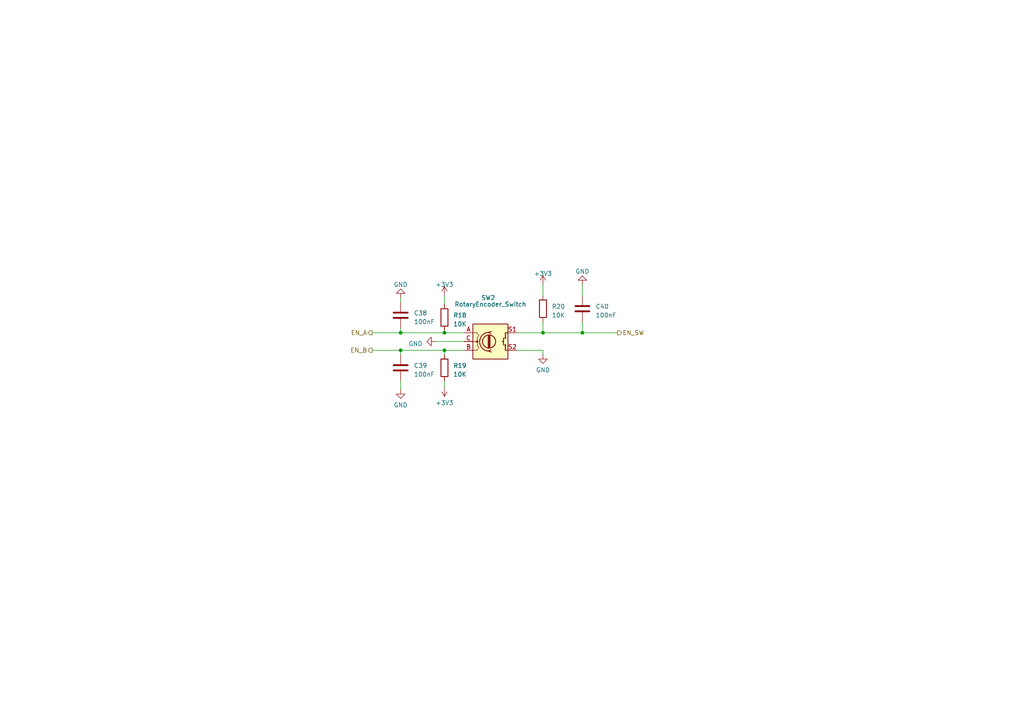
<source format=kicad_sch>
(kicad_sch (version 20230121) (generator eeschema)
  (paper "A4")
  (lib_symbols
    (symbol "Device:C" (pin_numbers hide) (pin_names (offset 0.254))
      (property "Reference" "C" (at 0.635 2.54 0))
      (property "Value" "C" (at 0.635 -2.54 0))
      (symbol "C_0_1"
        (polyline (pts (xy -2.032 -0.762) (xy 2.032 -0.762)) (stroke (width 0.508)))
        (polyline (pts (xy -2.032 0.762) (xy 2.032 0.762)) (stroke (width 0.508)))
      )
      (symbol "C_1_1"
        (pin passive line (at 0 3.81 270) (length 2.794) (name "~") (number "1"))
        (pin passive line (at 0 -3.81 90) (length 2.794) (name "~") (number "2"))
      )
    )
    (symbol "Device:R" (pin_numbers hide) (pin_names (offset 0))
      (property "Reference" "R" (at 2.032 0 90))
      (property "Value" "R" (at 0 0 90))
      (symbol "R_0_1"
        (rectangle (start -1.016 -2.54) (end 1.016 2.54) (stroke (width 0.254)))
      )
      (symbol "R_1_1"
        (pin passive line (at 0 3.81 270) (length 1.27) (name "~") (number "1"))
        (pin passive line (at 0 -3.81 90) (length 1.27) (name "~") (number "2"))
      )
    )
    (symbol "Device:RotaryEncoder_Switch" (pin_names (offset 0.254) hide)
      (property "Reference" "SW" (at 0 6.604 0))
      (property "Value" "RotaryEncoder_Switch" (at 0 -6.604 0))
      (symbol "RotaryEncoder_Switch_0_1"
        (rectangle (start -5.08 5.08) (end 5.08 -5.08) (stroke (width 0.254)) (fill (type background)))
        (circle (center -3.81 0) (radius 0.254) (fill (type outline)))
        (circle (center -0.381 0) (radius 1.905) (stroke (width 0.254)))
        (arc (start -0.381 2.667) (mid -3.0988 -0.0635) (end -0.381 -2.794) (stroke (width 0.254)))
        (polyline (pts (xy -0.635 -1.778) (xy -0.635 1.778)) (stroke (width 0.254)))
        (polyline (pts (xy -0.381 -1.778) (xy -0.381 1.778)) (stroke (width 0.254)))
        (polyline (pts (xy -0.127 1.778) (xy -0.127 -1.778)) (stroke (width 0.254)))
        (polyline (pts (xy 3.81 0) (xy 3.429 0)) (stroke (width 0.254)))
        (polyline (pts (xy 3.81 1.016) (xy 3.81 -1.016)) (stroke (width 0.254)))
        (polyline (pts (xy -5.08 -2.54) (xy -3.81 -2.54) (xy -3.81 -2.032)))
        (polyline (pts (xy -5.08 2.54) (xy -3.81 2.54) (xy -3.81 2.032)))
        (polyline (pts (xy 0.254 -3.048) (xy -0.508 -2.794) (xy 0.127 -2.413)) (stroke (width 0.254)))
        (polyline (pts (xy 0.254 2.921) (xy -0.508 2.667) (xy 0.127 2.286)) (stroke (width 0.254)))
        (polyline (pts (xy 5.08 -2.54) (xy 4.318 -2.54) (xy 4.318 -1.016)) (stroke (width 0.254)))
        (polyline (pts (xy 5.08 2.54) (xy 4.318 2.54) (xy 4.318 1.016)) (stroke (width 0.254)))
        (polyline (pts (xy -5.08 0) (xy -3.81 0) (xy -3.81 -1.016) (xy -3.302 -2.032)))
        (polyline (pts (xy -4.318 0) (xy -3.81 0) (xy -3.81 1.016) (xy -3.302 2.032)))
        (circle (center 4.318 -1.016) (radius 0.127) (stroke (width 0.254)))
        (circle (center 4.318 1.016) (radius 0.127) (stroke (width 0.254)))
      )
      (symbol "RotaryEncoder_Switch_1_1"
        (pin passive line (at -7.62 2.54 0) (length 2.54) (name "A") (number "A"))
        (pin passive line (at -7.62 -2.54 0) (length 2.54) (name "B") (number "B"))
        (pin passive line (at -7.62 0 0) (length 2.54) (name "C") (number "C"))
        (pin passive line (at 7.62 2.54 180) (length 2.54) (name "S1") (number "S1"))
        (pin passive line (at 7.62 -2.54 180) (length 2.54) (name "S2") (number "S2"))
      )
    )
    (symbol "power:+3V3" (power) (pin_names (offset 0))
      (property "Value" "+3V3" (at 0 3.556 0))
      (symbol "+3V3_0_1"
        (polyline (pts (xy -0.762 1.27) (xy 0 2.54)))
        (polyline (pts (xy 0 0) (xy 0 2.54)))
        (polyline (pts (xy 0 2.54) (xy 0.762 1.27)))
      )
      (symbol "+3V3_1_1"
        (pin power_in line (at 0 0 90) (length 0) hide (name "+3V3") (number "1"))
      )
    )
    (symbol "power:GND" (power) (pin_names (offset 0))
      (property "Value" "GND" (at 0 -3.81 0))
      (symbol "GND_0_1"
        (polyline (pts (xy 0 0) (xy 0 -1.27) (xy 1.27 -1.27) (xy 0 -2.54) (xy -1.27 -1.27) (xy 0 -1.27)))
      )
      (symbol "GND_1_1"
        (pin power_in line (at 0 0 270) (length 0) hide (name "GND") (number "1"))
      )
    )
  )
  (junction (at 116.205 101.6))
  (junction (at 128.905 96.52))
  (junction (at 116.205 96.52))
  (junction (at 157.48 96.52))
  (junction (at 128.905 101.6))
  (junction (at 168.91 96.52))
  (wire (pts (xy 149.86 96.52) (xy 157.48 96.52)))
  (wire (pts (xy 107.95 101.6) (xy 116.205 101.6)))
  (wire (pts (xy 157.48 101.6) (xy 157.48 102.87)))
  (wire (pts (xy 116.205 101.6) (xy 128.905 101.6)))
  (wire (pts (xy 134.62 96.52) (xy 128.905 96.52)))
  (wire (pts (xy 116.205 95.25) (xy 116.205 96.52)))
  (wire (pts (xy 116.205 96.52) (xy 128.905 96.52)))
  (wire (pts (xy 116.205 101.6) (xy 116.205 102.87)))
  (wire (pts (xy 157.48 96.52) (xy 168.91 96.52)))
  (wire (pts (xy 128.905 85.725) (xy 128.905 88.265)))
  (wire (pts (xy 128.905 96.52) (xy 128.905 95.885)))
  (wire (pts (xy 128.905 110.49) (xy 128.905 112.395)))
  (wire (pts (xy 168.91 93.345) (xy 168.91 96.52)))
  (wire (pts (xy 107.95 96.52) (xy 116.205 96.52)))
  (wire (pts (xy 168.91 82.55) (xy 168.91 85.725)))
  (wire (pts (xy 116.205 113.03) (xy 116.205 110.49)))
  (wire (pts (xy 128.905 101.6) (xy 128.905 102.87)))
  (wire (pts (xy 157.48 82.55) (xy 157.48 85.725)))
  (wire (pts (xy 149.86 101.6) (xy 157.48 101.6)))
  (wire (pts (xy 116.205 86.36) (xy 116.205 87.63)))
  (wire (pts (xy 168.91 96.52) (xy 179.07 96.52)))
  (wire (pts (xy 126.365 99.06) (xy 134.62 99.06)))
  (wire (pts (xy 134.62 101.6) (xy 128.905 101.6)))
  (wire (pts (xy 157.48 93.345) (xy 157.48 96.52)))
  (hierarchical_label "EN_SW" (shape output) (at 179.07 96.52 0))
  (hierarchical_label "EN_A" (shape output) (at 107.95 96.52 180))
  (hierarchical_label "EN_B" (shape output) (at 107.95 101.6 180))
  (symbol (lib_id "power:GND") (at 116.205 86.36 180) (unit 1)
    (property "Reference" "#PWR051" (effects hide))
    (property "Value" "GND" (at 116.205 82.55 0))
  )
  (symbol (lib_id "power:+3V3") (at 128.905 112.395 180) (unit 1)
    (property "Reference" "#PWR055" (effects hide))
    (property "Value" "+3V3" (at 128.905 116.84 0))
  )
  (symbol (lib_id "power:+3V3") (at 128.905 85.725 0) (unit 1)
    (property "Reference" "#PWR054" (effects hide))
    (property "Value" "+3V3" (at 128.905 82.55 0))
  )
  (symbol (lib_id "Device:R") (at 128.905 92.075 180) (unit 1)
    (property "Reference" "R18" (at 131.445 91.44 0) (effects (justify right)))
    (property "Value" "10K" (at 131.445 93.98 0) (effects (justify right)))
    (property "Footprint" "Resistor_SMD:R_0603_1608Metric" (effects hide))
  )
  (symbol (lib_id "power:GND") (at 116.205 113.03 0) (unit 1)
    (property "Reference" "#PWR052" (effects hide))
    (property "Value" "GND" (at 116.205 117.475 0))
  )
  (symbol (lib_id "Device:C") (at 116.205 91.44 0) (unit 1)
    (property "Reference" "C38" (at 120.015 90.805 0) (effects (justify left)))
    (property "Value" "100nF" (at 120.015 93.345 0) (effects (justify left)))
    (property "Footprint" "Capacitor_SMD:C_0603_1608Metric" (effects hide))
  )
  (symbol (lib_id "power:GND") (at 126.365 99.06 270) (unit 1)
    (property "Reference" "#PWR053" (effects hide))
    (property "Value" "GND" (at 122.555 99.695 90) (effects (justify right)))
  )
  (symbol (lib_id "Device:C") (at 116.205 106.68 0) (unit 1)
    (property "Reference" "C39" (at 120.015 106.045 0) (effects (justify left)))
    (property "Value" "100nF" (at 120.015 108.585 0) (effects (justify left)))
    (property "Footprint" "Capacitor_SMD:C_0603_1608Metric" (effects hide))
  )
  (symbol (lib_id "power:GND") (at 157.48 102.87 0) (unit 1)
    (property "Reference" "#PWR057" (effects hide))
    (property "Value" "GND" (at 157.48 107.315 0))
  )
  (symbol (lib_id "Device:RotaryEncoder_Switch") (at 142.24 99.06 0) (unit 1)
    (property "Reference" "SW2" (at 141.605 86.36 0))
    (property "Value" "RotaryEncoder_Switch" (at 142.24 88.265 0))
    (property "Footprint" "Rotary_Encoder:RotaryEncoder_Alps_EC11E-Switch_Vertical_H20mm" (effects hide))
  )
  (symbol (lib_id "power:+3V3") (at 157.48 82.55 0) (unit 1)
    (property "Reference" "#PWR056" (effects hide))
    (property "Value" "+3V3" (at 157.48 79.375 0))
  )
  (symbol (lib_id "Device:R") (at 128.905 106.68 0) (unit 1)
    (property "Reference" "R19" (at 131.445 106.045 0) (effects (justify left)))
    (property "Value" "10K" (at 131.445 108.585 0) (effects (justify left)))
    (property "Footprint" "Resistor_SMD:R_0603_1608Metric" (effects hide))
  )
  (symbol (lib_id "Device:C") (at 168.91 89.535 0) (unit 1)
    (property "Reference" "C40" (at 172.72 88.9 0) (effects (justify left)))
    (property "Value" "100nF" (at 172.72 91.44 0) (effects (justify left)))
    (property "Footprint" "Capacitor_SMD:C_0603_1608Metric" (effects hide))
  )
  (symbol (lib_id "power:GND") (at 168.91 82.55 180) (unit 1)
    (property "Reference" "#PWR058" (effects hide))
    (property "Value" "GND" (at 168.91 78.74 0))
  )
  (symbol (lib_id "Device:R") (at 157.48 89.535 0) (unit 1)
    (property "Reference" "R20" (at 160.02 88.9 0) (effects (justify left)))
    (property "Value" "10K" (at 160.02 91.44 0) (effects (justify left)))
    (property "Footprint" "Resistor_SMD:R_0603_1608Metric" (effects hide))
  )
)
</source>
